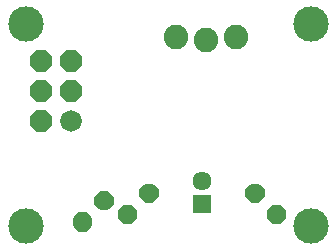
<source format=gbs>
G75*
%MOIN*%
%OFA0B0*%
%FSLAX25Y25*%
%IPPOS*%
%LPD*%
%AMOC8*
5,1,8,0,0,1.08239X$1,22.5*
%
%ADD10C,0.11824*%
%ADD11R,0.06350X0.06350*%
%ADD12C,0.06350*%
%ADD13C,0.01280*%
%ADD14C,0.07200*%
%ADD15OC8,0.07200*%
%ADD16C,0.08200*%
D10*
X0009323Y0009000D03*
X0104323Y0009000D03*
X0104323Y0076500D03*
X0009323Y0076500D03*
D11*
X0068073Y0016313D03*
D12*
X0068073Y0024187D03*
D13*
X0087706Y0020456D02*
X0088346Y0021096D01*
X0088346Y0018976D01*
X0086847Y0017477D01*
X0084727Y0017477D01*
X0083228Y0018976D01*
X0083228Y0021096D01*
X0084727Y0022595D01*
X0086847Y0022595D01*
X0088346Y0021096D01*
X0087386Y0020699D01*
X0087386Y0019373D01*
X0086450Y0018437D01*
X0085124Y0018437D01*
X0084188Y0019373D01*
X0084188Y0020699D01*
X0085124Y0021635D01*
X0086450Y0021635D01*
X0087386Y0020699D01*
X0086426Y0020301D01*
X0086426Y0019771D01*
X0086052Y0019397D01*
X0085522Y0019397D01*
X0085148Y0019771D01*
X0085148Y0020301D01*
X0085522Y0020675D01*
X0086052Y0020675D01*
X0086426Y0020301D01*
X0094778Y0013384D02*
X0095418Y0014024D01*
X0095418Y0011904D01*
X0093919Y0010405D01*
X0091799Y0010405D01*
X0090300Y0011904D01*
X0090300Y0014024D01*
X0091799Y0015523D01*
X0093919Y0015523D01*
X0095418Y0014024D01*
X0094458Y0013627D01*
X0094458Y0012301D01*
X0093522Y0011365D01*
X0092196Y0011365D01*
X0091260Y0012301D01*
X0091260Y0013627D01*
X0092196Y0014563D01*
X0093522Y0014563D01*
X0094458Y0013627D01*
X0093498Y0013229D01*
X0093498Y0012699D01*
X0093124Y0012325D01*
X0092594Y0012325D01*
X0092220Y0012699D01*
X0092220Y0013229D01*
X0092594Y0013603D01*
X0093124Y0013603D01*
X0093498Y0013229D01*
X0049939Y0021955D02*
X0049299Y0022595D01*
X0051419Y0022595D01*
X0052918Y0021096D01*
X0052918Y0018976D01*
X0051419Y0017477D01*
X0049299Y0017477D01*
X0047800Y0018976D01*
X0047800Y0021096D01*
X0049299Y0022595D01*
X0049696Y0021635D01*
X0051022Y0021635D01*
X0051958Y0020699D01*
X0051958Y0019373D01*
X0051022Y0018437D01*
X0049696Y0018437D01*
X0048760Y0019373D01*
X0048760Y0020699D01*
X0049696Y0021635D01*
X0050094Y0020675D01*
X0050624Y0020675D01*
X0050998Y0020301D01*
X0050998Y0019771D01*
X0050624Y0019397D01*
X0050094Y0019397D01*
X0049720Y0019771D01*
X0049720Y0020301D01*
X0050094Y0020675D01*
X0042867Y0014883D02*
X0042227Y0015523D01*
X0044347Y0015523D01*
X0045846Y0014024D01*
X0045846Y0011904D01*
X0044347Y0010405D01*
X0042227Y0010405D01*
X0040728Y0011904D01*
X0040728Y0014024D01*
X0042227Y0015523D01*
X0042624Y0014563D01*
X0043950Y0014563D01*
X0044886Y0013627D01*
X0044886Y0012301D01*
X0043950Y0011365D01*
X0042624Y0011365D01*
X0041688Y0012301D01*
X0041688Y0013627D01*
X0042624Y0014563D01*
X0043022Y0013603D01*
X0043552Y0013603D01*
X0043926Y0013229D01*
X0043926Y0012699D01*
X0043552Y0012325D01*
X0043022Y0012325D01*
X0042648Y0012699D01*
X0042648Y0013229D01*
X0043022Y0013603D01*
X0034939Y0019455D02*
X0034299Y0020095D01*
X0036419Y0020095D01*
X0037918Y0018596D01*
X0037918Y0016476D01*
X0036419Y0014977D01*
X0034299Y0014977D01*
X0032800Y0016476D01*
X0032800Y0018596D01*
X0034299Y0020095D01*
X0034696Y0019135D01*
X0036022Y0019135D01*
X0036958Y0018199D01*
X0036958Y0016873D01*
X0036022Y0015937D01*
X0034696Y0015937D01*
X0033760Y0016873D01*
X0033760Y0018199D01*
X0034696Y0019135D01*
X0035094Y0018175D01*
X0035624Y0018175D01*
X0035998Y0017801D01*
X0035998Y0017271D01*
X0035624Y0016897D01*
X0035094Y0016897D01*
X0034720Y0017271D01*
X0034720Y0017801D01*
X0035094Y0018175D01*
X0027867Y0012383D02*
X0027227Y0013023D01*
X0029347Y0013023D01*
X0030846Y0011524D01*
X0030846Y0009404D01*
X0029347Y0007905D01*
X0027227Y0007905D01*
X0025728Y0009404D01*
X0025728Y0011524D01*
X0027227Y0013023D01*
X0027624Y0012063D01*
X0028950Y0012063D01*
X0029886Y0011127D01*
X0029886Y0009801D01*
X0028950Y0008865D01*
X0027624Y0008865D01*
X0026688Y0009801D01*
X0026688Y0011127D01*
X0027624Y0012063D01*
X0028022Y0011103D01*
X0028552Y0011103D01*
X0028926Y0010729D01*
X0028926Y0010199D01*
X0028552Y0009825D01*
X0028022Y0009825D01*
X0027648Y0010199D01*
X0027648Y0010729D01*
X0028022Y0011103D01*
D14*
X0024323Y0044000D03*
D15*
X0014323Y0044000D03*
X0014323Y0054000D03*
X0024323Y0054000D03*
X0024323Y0064000D03*
X0014323Y0064000D03*
D16*
X0059323Y0072000D03*
X0069323Y0071000D03*
X0079323Y0072000D03*
M02*

</source>
